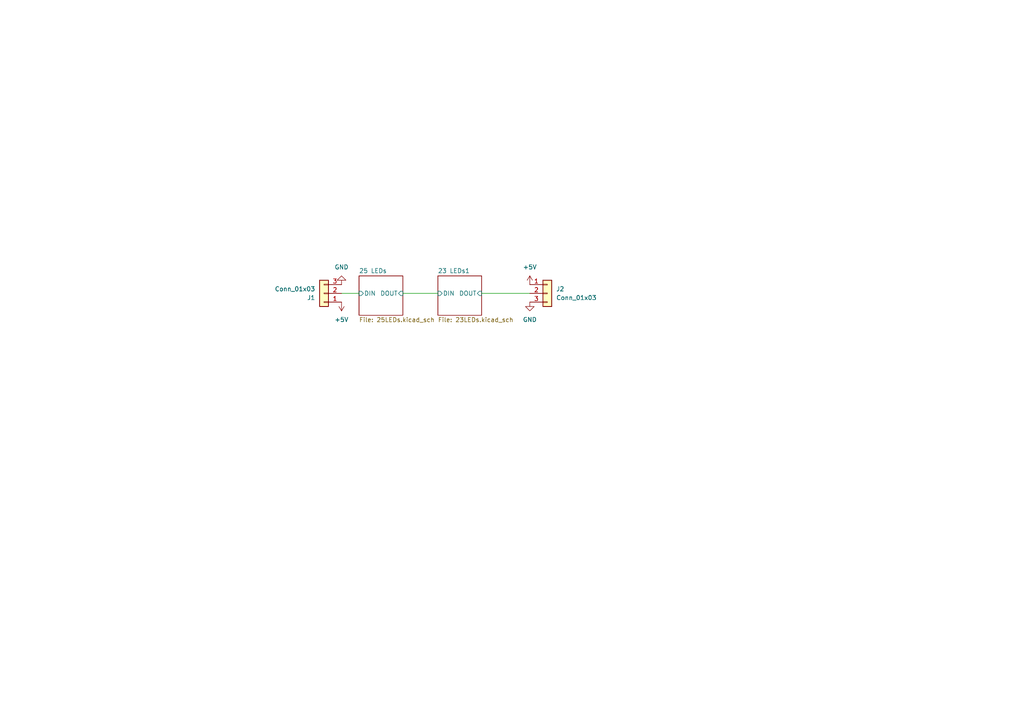
<source format=kicad_sch>
(kicad_sch (version 20211123) (generator eeschema)
  (paper "A4")
  (lib_symbols
    (symbol "Connector_Generic:Conn_01x03" (pin_names (offset 1.016) hide)
      (property "Reference" "J" (at 0 5.08 0))
      (property "Value" "Conn_01x03" (at 0 -5.08 0))
      (symbol "Conn_01x03_1_1"
        (rectangle (start -1.27 -2.413) (end 0 -2.667) (stroke (width 0.1524)))
        (rectangle (start -1.27 0.127) (end 0 -0.127) (stroke (width 0.1524)))
        (rectangle (start -1.27 2.667) (end 0 2.413) (stroke (width 0.1524)))
        (rectangle (start -1.27 3.81) (end 1.27 -3.81) (stroke (width 0.254)) (fill (type background)))
        (pin passive line (at -5.08 2.54 0) (length 3.81) (name "Pin_1") (number "1"))
        (pin passive line (at -5.08 0 0) (length 3.81) (name "Pin_2") (number "2"))
        (pin passive line (at -5.08 -2.54 0) (length 3.81) (name "Pin_3") (number "3"))
      )
    )
    (symbol "power:+5V" (power) (pin_names (offset 0))
      (property "Value" "+5V" (at 0 3.556 0))
      (symbol "+5V_0_1"
        (polyline (pts (xy -0.762 1.27) (xy 0 2.54)))
        (polyline (pts (xy 0 0) (xy 0 2.54)))
        (polyline (pts (xy 0 2.54) (xy 0.762 1.27)))
      )
      (symbol "+5V_1_1"
        (pin power_in line (at 0 0 90) (length 0) hide (name "+5V") (number "1"))
      )
    )
    (symbol "power:GND" (power) (pin_names (offset 0))
      (property "Value" "GND" (at 0 -3.81 0))
      (symbol "GND_0_1"
        (polyline (pts (xy 0 0) (xy 0 -1.27) (xy 1.27 -1.27) (xy 0 -2.54) (xy -1.27 -1.27) (xy 0 -1.27)))
      )
      (symbol "GND_1_1"
        (pin power_in line (at 0 0 270) (length 0) hide (name "GND") (number "1"))
      )
    )
  )
  (wire (pts (xy 116.84 85.09) (xy 127 85.09)))
  (wire (pts (xy 139.7 85.09) (xy 153.67 85.09)))
  (wire (pts (xy 99.06 85.09) (xy 104.14 85.09)))
  (symbol (lib_id "power:GND") (at 99.06 82.55 180) (unit 1)
    (property "Reference" "#PWR0103" (effects hide))
    (property "Value" "GND" (at 99.06 77.47 0))
  )
  (symbol (lib_id "Connector_Generic:Conn_01x03") (at 158.75 85.09 0) (unit 1)
    (property "Reference" "J2" (at 161.29 83.8199 0) (effects (justify left)))
    (property "Value" "Conn_01x03" (at 161.29 86.3599 0) (effects (justify left)))
    (property "Footprint" "Connector_PinHeader_2.54mm:PinHeader_1x03_P2.54mm_Horizontal" (effects hide))
  )
  (symbol (lib_id "Connector_Generic:Conn_01x03") (at 93.98 85.09 180) (unit 1)
    (property "Reference" "J1" (at 91.44 86.3601 0) (effects (justify left)))
    (property "Value" "Conn_01x03" (at 91.44 83.8201 0) (effects (justify left)))
    (property "Footprint" "Connector_PinHeader_2.54mm:PinHeader_1x03_P2.54mm_Horizontal" (effects hide))
  )
  (symbol (lib_id "power:+5V") (at 153.67 82.55 0) (unit 1)
    (property "Reference" "#PWR0101" (effects hide))
    (property "Value" "+5V" (at 153.67 77.47 0))
  )
  (symbol (lib_id "power:+5V") (at 99.06 87.63 180) (unit 1)
    (property "Reference" "#PWR0104" (effects hide))
    (property "Value" "+5V" (at 99.06 92.71 0))
  )
  (symbol (lib_id "power:GND") (at 153.67 87.63 0) (unit 1)
    (property "Reference" "#PWR0102" (effects hide))
    (property "Value" "GND" (at 153.67 92.71 0))
  )
  (sheet (at 127 80.01) (size 12.7 11.43) (stroke (width 0.1524))
    (property "Sheet name" "23 LEDs1" (at 127 79.2984 0) (effects (justify left bottom)))
    (property "Sheet file" "23LEDs.kicad_sch" (at 127 92.0246 0) (effects (justify left top)))
    (pin "DIN" input (at 127 85.09 180))
    (pin "DOUT" input (at 139.7 85.09 0))
  )
  (sheet (at 104.14 80.01) (size 12.7 11.43) (stroke (width 0.1524))
    (property "Sheet name" "25 LEDs" (at 104.14 79.2984 0) (effects (justify left bottom)))
    (property "Sheet file" "25LEDs.kicad_sch" (at 104.14 92.0246 0) (effects (justify left top)))
    (pin "DIN" input (at 104.14 85.09 180))
    (pin "DOUT" input (at 116.84 85.09 0))
  )
)
</source>
